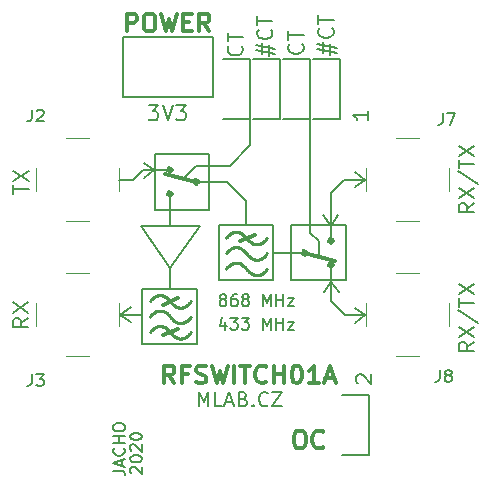
<source format=gbr>
%TF.GenerationSoftware,KiCad,Pcbnew,(5.99.0-6591-gee6c8b60ac)*%
%TF.CreationDate,2020-11-05T14:00:24+01:00*%
%TF.ProjectId,RFSWITCH01A,52465357-4954-4434-9830-31412e6b6963,rev?*%
%TF.SameCoordinates,Original*%
%TF.FileFunction,Legend,Top*%
%TF.FilePolarity,Positive*%
%FSLAX46Y46*%
G04 Gerber Fmt 4.6, Leading zero omitted, Abs format (unit mm)*
G04 Created by KiCad (PCBNEW (5.99.0-6591-gee6c8b60ac)) date 2020-11-05 14:00:24*
%MOMM*%
%LPD*%
G01*
G04 APERTURE LIST*
%ADD10C,0.281999*%
%ADD11C,0.150000*%
%ADD12C,0.500000*%
%ADD13C,0.028222*%
%ADD14C,0.300000*%
%ADD15C,0.200000*%
%ADD16C,0.120000*%
G04 APERTURE END LIST*
D10*
X15666433Y14118367D02*
X15613731Y14074779D01*
X22011509Y18091968D02*
X21958187Y18056272D01*
D11*
X11774800Y14575000D02*
X9966609Y14575000D01*
D10*
X14294870Y14265563D02*
X14239632Y14327728D01*
X15770809Y15525600D02*
X15718799Y15474220D01*
X22375327Y19759644D02*
X22324491Y19696759D01*
X15072152Y12550963D02*
X15016938Y12552002D01*
X14405678Y12846433D02*
X14350225Y12899569D01*
X20912010Y18162975D02*
X20856478Y18211633D01*
X19366903Y21493729D02*
X19420741Y21521434D01*
D11*
X9966609Y14575000D02*
X10835000Y13940000D01*
D10*
X22221609Y19582444D02*
X22169599Y19531064D01*
X15507387Y13999428D02*
X15453782Y13967715D01*
X13463456Y16221164D02*
X13518965Y16207434D01*
X21850712Y17996853D02*
X21796596Y17973179D01*
X13463456Y14912808D02*
X13518965Y14899078D01*
X15507387Y12691072D02*
X15453782Y12659359D01*
X20967604Y20735481D02*
X20912010Y20779687D01*
X19207038Y21386664D02*
X19260033Y21426319D01*
D11*
X27787600Y18796000D02*
X27787600Y15748000D01*
D10*
X12445527Y13085088D02*
X12496360Y13147972D01*
D11*
X14040000Y26834400D02*
X11880000Y26834400D01*
X14130000Y18554000D02*
X14130000Y16810000D01*
D10*
X12969941Y14847878D02*
X13024026Y14871552D01*
D11*
X27787600Y20828000D02*
X27787600Y24892000D01*
X29842604Y15151100D02*
X30710995Y14516100D01*
D12*
X14240000Y24802400D02*
G75*
G03*
X14240000Y24802400I-100000J0D01*
G01*
D10*
X19914256Y18969652D02*
X19969765Y18955922D01*
X18998398Y19880603D02*
X19050022Y19935843D01*
X13242476Y14925428D02*
X13297527Y14928569D01*
X21522952Y20532875D02*
X21467738Y20533914D01*
X14461210Y15414487D02*
X14405678Y15463145D01*
X13242476Y13617072D02*
X13297527Y13620213D01*
X12651215Y13313668D02*
X12703560Y13361164D01*
X14075020Y13213968D02*
X14130335Y13151804D01*
X15127229Y12554103D02*
X15072152Y12550963D01*
X13132864Y13598347D02*
X13187582Y13609775D01*
X22064531Y18131623D02*
X22011509Y18091968D01*
X15613731Y15383135D02*
X15560709Y15343480D01*
X13132864Y14906703D02*
X13187582Y14918131D01*
D11*
X27787600Y15748000D02*
X29006800Y14528800D01*
X20955000Y28905200D02*
X19253200Y27203400D01*
D10*
X13908511Y13373401D02*
X13964090Y13324742D01*
X20192327Y21474672D02*
X20248012Y21439297D01*
X14239632Y14327728D02*
X14184527Y14394444D01*
X19102015Y19987224D02*
X19154360Y20034720D01*
X22064531Y20748335D02*
X22011509Y20708680D01*
X15291451Y13896719D02*
X15236896Y13881184D01*
X12969941Y16156234D02*
X13024026Y16179908D01*
X12547598Y14515403D02*
X12599222Y14570643D01*
X12862527Y14788459D02*
X12916103Y14820173D01*
X15236896Y15189540D02*
X15182150Y15178112D01*
X13908511Y14681757D02*
X13964090Y14633098D01*
X15453782Y13967715D02*
X15399912Y13940009D01*
X19366903Y18877017D02*
X19420741Y18904722D01*
D11*
X30710995Y14516100D02*
X29842604Y15151100D01*
D10*
X13574544Y16189425D02*
X13630176Y16167111D01*
X13852879Y13417606D02*
X13908511Y13373401D01*
X12916103Y16128529D02*
X12969941Y16156234D01*
X21687696Y20554740D02*
X21632950Y20543312D01*
D11*
X11837200Y16783600D02*
X16460000Y16783600D01*
X16460000Y16783600D02*
X16460000Y12110000D01*
X16460000Y12110000D02*
X11837200Y12110000D01*
X11837200Y12110000D02*
X11837200Y16783600D01*
D10*
X12651215Y14622024D02*
X12703560Y14669520D01*
X19154360Y21343076D02*
X19207038Y21386664D01*
X20303679Y20091162D02*
X20359311Y20046957D01*
X19969765Y20264278D02*
X20025344Y20246269D01*
X20856478Y19519989D02*
X20801025Y19573125D01*
D11*
X26035000Y21488400D02*
X26746200Y20777200D01*
X11415600Y26370000D02*
X11015600Y25970000D01*
D10*
X21467738Y19225558D02*
X21412404Y19230803D01*
X19474826Y20236752D02*
X19529140Y20256368D01*
D11*
X29006800Y14528800D02*
X30784800Y14528800D01*
D10*
X13630176Y14858755D02*
X13685843Y14832112D01*
X22064531Y19439979D02*
X22011509Y19400324D01*
X19420741Y20213078D02*
X19474826Y20236752D01*
X14130335Y13151804D02*
X14185527Y13085088D01*
X14405678Y14154789D02*
X14350225Y14207925D01*
X13242476Y16233784D02*
X13297527Y16236925D01*
X13964090Y15941454D02*
X14019599Y15888318D01*
X12969941Y13539522D02*
X13024026Y13563196D01*
X20856478Y18211633D02*
X20801025Y18264769D01*
D11*
X27800300Y17350595D02*
X28435300Y16482204D01*
D10*
X22169599Y20839420D02*
X22117233Y20791923D01*
X21632950Y19234956D02*
X21578029Y19227659D01*
X12599222Y14570643D02*
X12651215Y14622024D01*
D12*
X25652400Y19812000D02*
G75*
G03*
X25652400Y19812000I-100000J0D01*
G01*
D11*
X27800300Y17350595D02*
X27165300Y16482204D01*
D10*
X19260033Y20117963D02*
X19313327Y20153659D01*
X21796596Y17973179D02*
X21742251Y17953563D01*
X15399912Y13940009D02*
X15345796Y13916335D01*
X22011509Y19400324D02*
X21958187Y19364628D01*
X19748327Y20293769D02*
X19803520Y20292729D01*
X15182150Y13869756D02*
X15127229Y13862459D01*
X22375327Y21068000D02*
X22324491Y21005115D01*
X19102015Y21295580D02*
X19154360Y21343076D01*
X12809233Y16061119D02*
X12862527Y16096815D01*
X19638382Y21591687D02*
X19693276Y21598984D01*
D13*
X20778327Y19615644D02*
X20778327Y19615644D01*
D10*
X20525820Y19887524D02*
X20581135Y19825360D01*
X21742251Y20570275D02*
X21687696Y20554740D01*
X20303679Y21399518D02*
X20359311Y21355313D01*
X19748327Y18985413D02*
X19803520Y18984373D01*
X20248012Y20130941D02*
X20303679Y20091162D01*
X12703560Y14669520D02*
X12756238Y14713108D01*
D14*
X16375200Y25818400D02*
X13784400Y26478800D01*
D10*
X21078905Y20660328D02*
X21023242Y20695703D01*
X21190236Y20602688D02*
X21134576Y20629331D01*
D13*
X20778327Y18307288D02*
X20778327Y18307288D01*
D10*
X13852879Y16034318D02*
X13908511Y15990113D01*
D11*
X30710995Y25996900D02*
X29842604Y25361900D01*
D10*
X12445527Y15701800D02*
X12496360Y15764684D01*
X14572442Y12713791D02*
X14516804Y12753569D01*
X19313327Y20153659D02*
X19366903Y20185373D01*
X21850712Y19305209D02*
X21796596Y19281535D01*
X20690432Y19692928D02*
X20635327Y19759644D01*
X14628105Y13986772D02*
X14572442Y14022147D01*
X15822446Y14272484D02*
X15770809Y14217244D01*
X19050022Y18627487D02*
X19102015Y18678868D01*
X14294870Y12957207D02*
X14239632Y13019372D01*
X13518965Y13590722D02*
X13574544Y13572713D01*
D11*
X27165300Y16482204D02*
X27800300Y17350595D01*
X27774900Y22121005D02*
X28409900Y22989396D01*
X11880000Y26834400D02*
X11415600Y26370000D01*
D10*
X19260033Y21426319D02*
X19313327Y21462015D01*
X14628105Y12678416D02*
X14572442Y12713791D01*
X20912010Y20779687D02*
X20856478Y20828345D01*
X14075020Y14522324D02*
X14130335Y14460160D01*
X19420741Y18904722D02*
X19474826Y18928396D01*
X18896327Y18450288D02*
X18947160Y18513172D01*
X21578029Y20536015D02*
X21522952Y20532875D01*
X20801025Y18264769D02*
X20745670Y18322407D01*
X13797212Y14765741D02*
X13852879Y14725962D01*
X14739436Y15237488D02*
X14683776Y15264131D01*
X13132864Y16215059D02*
X13187582Y16226487D01*
X19529140Y18948012D02*
X19583664Y18963547D01*
X13518965Y14899078D02*
X13574544Y14881069D01*
X15127229Y13862459D02*
X15072152Y13859319D01*
D11*
X11961004Y27444700D02*
X12829395Y26809700D01*
D10*
X13024026Y16179908D02*
X13078340Y16199524D01*
X13964090Y14633098D02*
X14019599Y14579962D01*
X13024026Y14871552D02*
X13078340Y14891168D01*
X13741527Y16109472D02*
X13797212Y16074097D01*
X13078340Y13582812D02*
X13132864Y13598347D01*
X22011509Y20708680D02*
X21958187Y20672984D01*
D11*
X10835000Y13940000D02*
X9966609Y14575000D01*
D10*
X13741527Y14801116D02*
X13797212Y14765741D01*
X14572442Y14022147D02*
X14516804Y14061925D01*
X21412404Y17922447D02*
X21356969Y17931923D01*
X12756238Y13404752D02*
X12809233Y13444407D01*
X18896327Y21067000D02*
X18947160Y21129884D01*
X19969765Y21572634D02*
X20025344Y21554625D01*
X19260033Y18809607D02*
X19313327Y18845303D01*
X15016938Y15168714D02*
X14961604Y15173959D01*
X14961604Y15173959D02*
X14906169Y15183435D01*
X21412404Y19230803D02*
X21356969Y19240279D01*
X15453782Y15276071D02*
X15399912Y15248365D01*
X22117233Y18175211D02*
X22064531Y18131623D01*
X15016938Y13860358D02*
X14961604Y13865603D01*
X20525820Y18579168D02*
X20581135Y18517004D01*
X21245867Y19272018D02*
X21190236Y19294332D01*
X13078340Y14891168D02*
X13132864Y14906703D01*
X18947160Y21129884D02*
X18998398Y21188959D01*
X13908511Y15990113D02*
X13964090Y15941454D01*
X20025344Y20246269D02*
X20080976Y20223955D01*
X13797212Y16074097D02*
X13852879Y16034318D01*
D11*
X29057600Y17475200D02*
X24434800Y17475200D01*
X24434800Y17475200D02*
X24434800Y22148800D01*
X24434800Y22148800D02*
X29057600Y22148800D01*
X29057600Y22148800D02*
X29057600Y17475200D01*
D10*
X20690432Y21001284D02*
X20635327Y21068000D01*
X12496360Y15764684D02*
X12547598Y15823759D01*
X14572442Y15330503D02*
X14516804Y15370281D01*
X14461210Y14106131D02*
X14405678Y14154789D01*
X22324491Y19696759D02*
X22273246Y19637684D01*
X14019599Y15888318D02*
X14075020Y15830680D01*
X12445527Y14393444D02*
X12496360Y14456328D01*
X15613731Y14074779D02*
X15560709Y14035124D01*
X20745670Y19630763D02*
X20690432Y19692928D01*
X12547598Y15823759D02*
X12599222Y15878999D01*
X15236896Y13881184D02*
X15182150Y13869756D01*
X20801025Y20881481D02*
X20745670Y20939119D01*
X12809233Y13444407D02*
X12862527Y13480103D01*
D11*
X18288000Y22148800D02*
X22910800Y22148800D01*
X22910800Y22148800D02*
X22910800Y17475200D01*
X22910800Y17475200D02*
X18288000Y17475200D01*
X18288000Y17475200D02*
X18288000Y22148800D01*
D10*
X13408035Y13613928D02*
X13463456Y13604452D01*
X22221609Y20890800D02*
X22169599Y20839420D01*
X15182150Y15178112D02*
X15127229Y15170815D01*
X15291451Y15205075D02*
X15236896Y15189540D01*
X14683776Y12647419D02*
X14628105Y12678416D01*
X21522952Y19224519D02*
X21467738Y19225558D01*
X15345796Y15224691D02*
X15291451Y15205075D01*
X21632950Y17926600D02*
X21578029Y17919303D01*
X15507387Y15307784D02*
X15453782Y15276071D01*
X21245867Y20580374D02*
X21190236Y20602688D01*
X13187582Y13609775D02*
X13242476Y13617072D01*
X20470399Y18636806D02*
X20525820Y18579168D01*
D13*
X14327527Y14250444D02*
X14327527Y14250444D01*
D10*
X22324491Y18388403D02*
X22273246Y18329328D01*
X20080976Y20223955D02*
X20136643Y20197312D01*
X21467738Y20533914D02*
X21412404Y20539159D01*
X21904582Y18024559D02*
X21850712Y17996853D01*
X15345796Y12607979D02*
X15291451Y12588363D01*
X12862527Y16096815D02*
X12916103Y16128529D01*
X15291451Y12588363D02*
X15236896Y12572828D01*
X14906169Y12566723D02*
X14850650Y12580453D01*
D12*
X14240000Y26834400D02*
G75*
G03*
X14240000Y26834400I-100000J0D01*
G01*
D10*
X13408035Y14922284D02*
X13463456Y14912808D01*
D11*
X28409900Y22989396D02*
X27774900Y22121005D01*
D10*
X15770809Y12908888D02*
X15718799Y12857508D01*
D11*
X16370000Y25830000D02*
X16375200Y25790000D01*
X26035000Y31115000D02*
X26035000Y21488400D01*
D10*
X15399912Y15248365D02*
X15345796Y15224691D01*
X15873691Y14331559D02*
X15822446Y14272484D01*
X21796596Y20589891D02*
X21742251Y20570275D01*
X15873691Y13023203D02*
X15822446Y12964128D01*
X14795067Y15215174D02*
X14739436Y15237488D01*
D11*
X19253200Y27203400D02*
X16408400Y27203400D01*
D10*
X14906169Y15183435D02*
X14850650Y15197165D01*
D11*
X27774900Y22121005D02*
X27139900Y22989396D01*
D10*
X15666433Y12810011D02*
X15613731Y12766423D01*
X20856478Y20828345D02*
X20801025Y20881481D01*
X19529140Y20256368D02*
X19583664Y20271903D01*
X21467738Y17917202D02*
X21412404Y17922447D01*
X21190236Y17985976D02*
X21134576Y18012619D01*
X15718799Y12857508D02*
X15666433Y12810011D01*
X21958187Y20672984D02*
X21904582Y20641271D01*
X13352720Y14927529D02*
X13408035Y14922284D01*
X21904582Y20641271D02*
X21850712Y20613565D01*
X22169599Y19531064D02*
X22117233Y19483567D01*
X19313327Y21462015D02*
X19366903Y21493729D01*
D11*
X27787600Y24892000D02*
X28803600Y25908000D01*
D10*
X13187582Y14918131D02*
X13242476Y14925428D01*
X14739436Y12620776D02*
X14683776Y12647419D01*
X21134576Y20629331D02*
X21078905Y20660328D01*
X13630176Y13550399D02*
X13685843Y13523756D01*
D11*
X9966609Y14575000D02*
X10835000Y15210000D01*
D10*
X21687696Y19246384D02*
X21632950Y19234956D01*
X20525820Y21195880D02*
X20581135Y21133716D01*
D12*
X27887600Y20828000D02*
G75*
G03*
X27887600Y20828000I-100000J0D01*
G01*
D10*
X14461210Y12797775D02*
X14405678Y12846433D01*
X14795067Y13906818D02*
X14739436Y13929132D01*
D14*
X13610000Y12825000D02*
X14870000Y13375000D01*
D10*
X19207038Y18769952D02*
X19260033Y18809607D01*
X20359311Y20046957D02*
X20414890Y19998298D01*
D14*
X20130000Y20775000D02*
X21390000Y21325000D01*
D10*
X20581135Y18517004D02*
X20636327Y18450288D01*
X20414890Y18689942D02*
X20470399Y18636806D01*
X14683776Y15264131D02*
X14628105Y15295128D01*
X22169599Y18222708D02*
X22117233Y18175211D01*
D11*
X28803600Y25908000D02*
X28905200Y26009600D01*
D10*
X15072152Y13859319D02*
X15016938Y13860358D01*
X19914256Y20278008D02*
X19969765Y20264278D01*
D13*
X14327527Y12942088D02*
X14327527Y12942088D01*
D10*
X20192327Y20166316D02*
X20248012Y20130941D01*
X14350225Y15516281D02*
X14294870Y15573919D01*
X13187582Y16226487D02*
X13242476Y16233784D01*
X21301450Y17945653D02*
X21245867Y17963662D01*
X14628105Y15295128D02*
X14572442Y15330503D01*
X20248012Y21439297D02*
X20303679Y21399518D01*
X12651215Y15930380D02*
X12703560Y15977876D01*
X13297527Y13620213D02*
X13352720Y13619173D01*
X19583664Y21580259D02*
X19638382Y21591687D01*
X19748327Y21602125D02*
X19803520Y21601085D01*
X19803520Y20292729D02*
X19858835Y20287484D01*
X12756238Y14713108D02*
X12809233Y14752763D01*
X20581135Y19825360D02*
X20636327Y19758644D01*
X22221609Y18274088D02*
X22169599Y18222708D01*
X13078340Y16199524D02*
X13132864Y16215059D01*
X19914256Y21586364D02*
X19969765Y21572634D01*
X21023242Y18078991D02*
X20967604Y18118769D01*
X19638382Y18974975D02*
X19693276Y18982272D01*
X19474826Y18928396D02*
X19529140Y18948012D01*
X19969765Y18955922D02*
X20025344Y18937913D01*
X15873691Y15639915D02*
X15822446Y15580840D01*
X21190236Y19294332D02*
X21134576Y19320975D01*
X21904582Y19332915D02*
X21850712Y19305209D01*
X15016938Y12552002D02*
X14961604Y12557247D01*
X15236896Y12572828D02*
X15182150Y12561400D01*
X13297527Y14928569D02*
X13352720Y14927529D01*
X12599222Y13262287D02*
X12651215Y13313668D01*
X19638382Y20283331D02*
X19693276Y20290628D01*
X19858835Y20287484D02*
X19914256Y20278008D01*
X15560709Y12726768D02*
X15507387Y12691072D01*
X18998398Y18572247D02*
X19050022Y18627487D01*
X19529140Y21564724D02*
X19583664Y21580259D01*
X20470399Y19945162D02*
X20525820Y19887524D01*
X15822446Y12964128D02*
X15770809Y12908888D01*
D11*
X20600000Y23350000D02*
X20600000Y24210000D01*
D10*
X21742251Y17953563D02*
X21687696Y17938028D01*
X21078905Y18043616D02*
X21023242Y18078991D01*
X21134576Y18012619D02*
X21078905Y18043616D01*
X15127229Y15170815D02*
X15072152Y15167675D01*
D11*
X16730800Y22110000D02*
X14140000Y18554000D01*
D10*
X14906169Y13875079D02*
X14850650Y13888809D01*
X15399912Y12631653D02*
X15345796Y12607979D01*
X13797212Y13457385D02*
X13852879Y13417606D01*
X21356969Y19240279D02*
X21301450Y19254009D01*
X12547598Y13207047D02*
X12599222Y13262287D01*
X13685843Y16140468D02*
X13741527Y16109472D01*
X13352720Y13619173D02*
X13408035Y13613928D01*
X21958187Y18056272D02*
X21904582Y18024559D01*
X22273246Y18329328D02*
X22221609Y18274088D01*
X14075020Y15830680D02*
X14130335Y15768516D01*
X12756238Y16021464D02*
X12809233Y16061119D01*
X14294870Y15573919D02*
X14239632Y15636084D01*
D12*
X27887600Y18796000D02*
G75*
G03*
X27887600Y18796000I-100000J0D01*
G01*
D11*
X12829395Y26809700D02*
X11961004Y26174700D01*
D10*
X19583664Y18963547D02*
X19638382Y18974975D01*
X14850650Y15197165D02*
X14795067Y15215174D01*
X20080976Y18915599D02*
X20136643Y18888956D01*
X19050022Y21244199D02*
X19102015Y21295580D01*
X20025344Y21554625D02*
X20080976Y21532311D01*
D11*
X20600000Y24210000D02*
X18980000Y25830000D01*
D10*
X14019599Y13271606D02*
X14075020Y13213968D01*
X14405678Y15463145D02*
X14350225Y15516281D01*
X20801025Y19573125D02*
X20745670Y19630763D01*
X19050022Y19935843D02*
X19102015Y19987224D01*
X13574544Y14881069D02*
X13630176Y14858755D01*
X14516804Y12753569D02*
X14461210Y12797775D01*
X19693276Y18982272D02*
X19748327Y18985413D01*
X20025344Y18937913D02*
X20080976Y18915599D01*
X13024026Y13563196D02*
X13078340Y13582812D01*
D13*
X14327527Y15558800D02*
X14327527Y15558800D01*
D10*
X20080976Y21532311D02*
X20136643Y21505668D01*
D11*
X14140000Y24802400D02*
X14140000Y22110000D01*
D13*
X20778327Y20924000D02*
X20778327Y20924000D01*
D10*
X20690432Y18384572D02*
X20635327Y18451288D01*
X22375327Y18451288D02*
X22324491Y18388403D01*
D11*
X25552400Y19812000D02*
X22910800Y19812000D01*
D10*
X14350225Y12899569D02*
X14294870Y12957207D01*
X19858835Y21595840D02*
X19914256Y21586364D01*
D11*
X16408400Y27203400D02*
X15341600Y26136600D01*
D10*
X21796596Y19281535D02*
X21742251Y19261919D01*
X14019599Y14579962D02*
X14075020Y14522324D01*
X15770809Y14217244D02*
X15718799Y14165864D01*
X15072152Y15167675D02*
X15016938Y15168714D01*
D14*
X25552400Y19812000D02*
X28143200Y19151600D01*
D10*
X20136643Y18888956D02*
X20192327Y18857960D01*
X19583664Y20271903D02*
X19638382Y20283331D01*
X21023242Y19387347D02*
X20967604Y19427125D01*
D14*
X13610000Y15415000D02*
X14870000Y15965000D01*
D10*
X20303679Y18782806D02*
X20359311Y18738601D01*
X20912010Y19471331D02*
X20856478Y19519989D01*
X12809233Y14752763D02*
X12862527Y14788459D01*
X19420741Y21521434D02*
X19474826Y21545108D01*
X13352720Y16235885D02*
X13408035Y16230640D01*
D11*
X11015600Y25970000D02*
X9870000Y25970000D01*
D10*
X15924527Y15702800D02*
X15873691Y15639915D01*
X12703560Y15977876D02*
X12756238Y16021464D01*
X15560709Y14035124D02*
X15507387Y13999428D01*
X14683776Y13955775D02*
X14628105Y13986772D01*
X14961604Y13865603D02*
X14906169Y13875079D01*
X20967604Y18118769D02*
X20912010Y18162975D01*
X20359311Y21355313D02*
X20414890Y21306654D01*
X15666433Y15426723D02*
X15613731Y15383135D01*
X22273246Y20946040D02*
X22221609Y20890800D01*
X19154360Y18726364D02*
X19207038Y18769952D01*
X19207038Y20078308D02*
X19260033Y20117963D01*
X21356969Y20548635D02*
X21301450Y20562365D01*
X15822446Y15580840D02*
X15770809Y15525600D01*
X21632950Y20543312D02*
X21578029Y20536015D01*
X20581135Y21133716D02*
X20636327Y21067000D01*
D11*
X14140000Y18554000D02*
X11752400Y22110000D01*
D10*
X20745670Y20939119D02*
X20690432Y21001284D01*
X22324491Y21005115D02*
X22273246Y20946040D01*
X21301450Y19254009D02*
X21245867Y19272018D01*
X14350225Y14207925D02*
X14294870Y14265563D01*
X13685843Y13523756D02*
X13741527Y13492760D01*
D11*
X20599400Y22148800D02*
X20599400Y23368000D01*
D10*
X18896327Y19758644D02*
X18947160Y19821528D01*
X13463456Y13604452D02*
X13518965Y13590722D01*
X13518965Y16207434D02*
X13574544Y16189425D01*
X21356969Y17931923D02*
X21301450Y17945653D01*
X18947160Y18513172D02*
X18998398Y18572247D01*
D11*
X29842604Y26631900D02*
X30710995Y25996900D01*
D10*
X21958187Y19364628D02*
X21904582Y19332915D01*
X19803520Y21601085D02*
X19858835Y21595840D01*
X13964090Y13324742D02*
X14019599Y13271606D01*
D11*
X12870000Y28155200D02*
X17492800Y28155200D01*
X17492800Y28155200D02*
X17492800Y23481600D01*
X17492800Y23481600D02*
X12870000Y23481600D01*
X12870000Y23481600D02*
X12870000Y28155200D01*
D10*
X20470399Y21253518D02*
X20525820Y21195880D01*
X19313327Y18845303D02*
X19366903Y18877017D01*
X15453782Y12659359D02*
X15399912Y12631653D01*
X12496360Y13147972D02*
X12547598Y13207047D01*
D11*
X12829395Y26809700D02*
X11961004Y27444700D01*
D10*
X20967604Y19427125D02*
X20912010Y19471331D01*
X13852879Y14725962D02*
X13908511Y14681757D01*
X20414890Y19998298D02*
X20470399Y19945162D01*
D11*
X11803200Y22110000D02*
X16730800Y22110000D01*
D10*
X14130335Y15768516D02*
X14185527Y15701800D01*
X21301450Y20562365D02*
X21245867Y20580374D01*
X13630176Y16167111D02*
X13685843Y16140468D01*
X20414890Y21306654D02*
X20470399Y21253518D01*
X19474826Y21545108D02*
X19529140Y21564724D01*
X21578029Y19227659D02*
X21522952Y19224519D01*
X19858835Y18979128D02*
X19914256Y18969652D01*
D11*
X28905200Y26009600D02*
X30784800Y26009600D01*
D10*
X22117233Y20791923D02*
X22064531Y20748335D01*
X13685843Y14832112D02*
X13741527Y14801116D01*
X20192327Y18857960D02*
X20248012Y18822585D01*
X19693276Y20290628D02*
X19748327Y20293769D01*
X14795067Y12598462D02*
X14739436Y12620776D01*
X15718799Y15474220D02*
X15666433Y15426723D01*
X22273246Y19637684D02*
X22221609Y19582444D01*
X14130335Y14460160D02*
X14185527Y14393444D01*
D11*
X18980000Y25830000D02*
X16370000Y25830000D01*
D10*
X14239632Y15636084D02*
X14184527Y15702800D01*
D11*
X30784800Y26009600D02*
X30784800Y26035000D01*
D10*
X14516804Y15370281D02*
X14461210Y15414487D01*
X15924527Y14394444D02*
X15873691Y14331559D01*
X15560709Y15343480D02*
X15507387Y15307784D01*
X14961604Y12557247D02*
X14906169Y12566723D01*
D11*
X30710995Y25996900D02*
X29842604Y26631900D01*
D10*
X21522952Y17916163D02*
X21467738Y17917202D01*
X13574544Y13572713D02*
X13630176Y13550399D01*
X12862527Y13480103D02*
X12916103Y13511817D01*
X15345796Y13916335D02*
X15291451Y13896719D01*
X12703560Y13361164D02*
X12756238Y13404752D01*
X20136643Y20197312D02*
X20192327Y20166316D01*
X21023242Y20695703D02*
X20967604Y20735481D01*
X12916103Y14820173D02*
X12969941Y14847878D01*
X21134576Y19320975D02*
X21078905Y19351972D01*
X15924527Y13086088D02*
X15873691Y13023203D01*
X20359311Y18738601D02*
X20414890Y18689942D01*
X21078905Y19351972D02*
X21023242Y19387347D01*
X20745670Y18322407D02*
X20690432Y18384572D01*
X13741527Y13492760D02*
X13797212Y13457385D01*
X19102015Y18678868D02*
X19154360Y18726364D01*
X12496360Y14456328D02*
X12547598Y14515403D01*
X15182150Y12561400D02*
X15127229Y12554103D01*
D11*
X30710995Y14516100D02*
X29842604Y13881100D01*
D10*
X21742251Y19261919D02*
X21687696Y19246384D01*
X19803520Y18984373D02*
X19858835Y18979128D01*
X22117233Y19483567D02*
X22064531Y19439979D01*
X18947160Y19821528D02*
X18998398Y19880603D01*
D12*
X16475200Y25818400D02*
G75*
G03*
X16475200Y25818400I-100000J0D01*
G01*
D10*
X19366903Y20185373D02*
X19420741Y20213078D01*
X13408035Y16230640D02*
X13463456Y16221164D01*
X12599222Y15878999D02*
X12651215Y15930380D01*
D11*
X26746200Y20777200D02*
X26746200Y19558000D01*
D10*
X12916103Y13511817D02*
X12969941Y13539522D01*
X20248012Y18822585D02*
X20303679Y18782806D01*
X21687696Y17938028D02*
X21632950Y17926600D01*
X18998398Y21188959D02*
X19050022Y21244199D01*
X14239632Y13019372D02*
X14184527Y13086088D01*
X19154360Y20034720D02*
X19207038Y20078308D01*
X13297527Y16236925D02*
X13352720Y16235885D01*
X15613731Y12766423D02*
X15560709Y12726768D01*
X14850650Y13888809D02*
X14795067Y13906818D01*
X14516804Y14061925D02*
X14461210Y14106131D01*
X21245867Y17963662D02*
X21190236Y17985976D01*
X21850712Y20613565D02*
X21796596Y20589891D01*
X14850650Y12580453D02*
X14795067Y12598462D01*
X21578029Y17919303D02*
X21522952Y17916163D01*
X15718799Y14165864D02*
X15666433Y14118367D01*
X14739436Y13929132D02*
X14683776Y13955775D01*
D11*
X20955000Y31115000D02*
X20955000Y28905200D01*
D10*
X19693276Y21598984D02*
X19748327Y21602125D01*
X20136643Y21505668D02*
X20192327Y21474672D01*
X21412404Y20539159D02*
X21356969Y20548635D01*
D15*
X12360476Y32334904D02*
X13165238Y32334904D01*
X12731904Y31839666D01*
X12917619Y31839666D01*
X13041428Y31777761D01*
X13103333Y31715857D01*
X13165238Y31592047D01*
X13165238Y31282523D01*
X13103333Y31158714D01*
X13041428Y31096809D01*
X12917619Y31034904D01*
X12546190Y31034904D01*
X12422380Y31096809D01*
X12360476Y31158714D01*
X13536666Y32334904D02*
X13970000Y31034904D01*
X14403333Y32334904D01*
X14712857Y32334904D02*
X15517619Y32334904D01*
X15084285Y31839666D01*
X15270000Y31839666D01*
X15393809Y31777761D01*
X15455714Y31715857D01*
X15517619Y31592047D01*
X15517619Y31282523D01*
X15455714Y31158714D01*
X15393809Y31096809D01*
X15270000Y31034904D01*
X14898571Y31034904D01*
X14774761Y31096809D01*
X14712857Y31158714D01*
X27153428Y36709942D02*
X27153428Y37638514D01*
X26596285Y37081371D02*
X28267714Y36709942D01*
X27710571Y37514704D02*
X27710571Y36586133D01*
X28267714Y37143276D02*
X26596285Y37514704D01*
X27896285Y38814704D02*
X27958190Y38752800D01*
X28020095Y38567085D01*
X28020095Y38443276D01*
X27958190Y38257561D01*
X27834380Y38133752D01*
X27710571Y38071847D01*
X27462952Y38009942D01*
X27277238Y38009942D01*
X27029619Y38071847D01*
X26905809Y38133752D01*
X26782000Y38257561D01*
X26720095Y38443276D01*
X26720095Y38567085D01*
X26782000Y38752800D01*
X26843904Y38814704D01*
X26720095Y39186133D02*
X26720095Y39928990D01*
X28020095Y39557561D02*
X26720095Y39557561D01*
X30966495Y31816628D02*
X30966495Y31073771D01*
X30966495Y31445200D02*
X29666495Y31445200D01*
X29852209Y31321390D01*
X29976019Y31197580D01*
X30037923Y31073771D01*
D14*
X10505714Y38564428D02*
X10505714Y40064428D01*
X11077142Y40064428D01*
X11220000Y39993000D01*
X11291428Y39921571D01*
X11362857Y39778714D01*
X11362857Y39564428D01*
X11291428Y39421571D01*
X11220000Y39350142D01*
X11077142Y39278714D01*
X10505714Y39278714D01*
X12291428Y40064428D02*
X12577142Y40064428D01*
X12720000Y39993000D01*
X12862857Y39850142D01*
X12934285Y39564428D01*
X12934285Y39064428D01*
X12862857Y38778714D01*
X12720000Y38635857D01*
X12577142Y38564428D01*
X12291428Y38564428D01*
X12148571Y38635857D01*
X12005714Y38778714D01*
X11934285Y39064428D01*
X11934285Y39564428D01*
X12005714Y39850142D01*
X12148571Y39993000D01*
X12291428Y40064428D01*
X13434285Y40064428D02*
X13791428Y38564428D01*
X14077142Y39635857D01*
X14362857Y38564428D01*
X14720000Y40064428D01*
X15291428Y39350142D02*
X15791428Y39350142D01*
X16005714Y38564428D02*
X15291428Y38564428D01*
X15291428Y40064428D01*
X16005714Y40064428D01*
X17505714Y38564428D02*
X17005714Y39278714D01*
X16648571Y38564428D02*
X16648571Y40064428D01*
X17220000Y40064428D01*
X17362857Y39993000D01*
X17434285Y39921571D01*
X17505714Y39778714D01*
X17505714Y39564428D01*
X17434285Y39421571D01*
X17362857Y39350142D01*
X17220000Y39278714D01*
X16648571Y39278714D01*
D15*
X39907295Y23997695D02*
X39288247Y23564361D01*
X39907295Y23254838D02*
X38607295Y23254838D01*
X38607295Y23750076D01*
X38669200Y23873885D01*
X38731104Y23935790D01*
X38854914Y23997695D01*
X39040628Y23997695D01*
X39164438Y23935790D01*
X39226342Y23873885D01*
X39288247Y23750076D01*
X39288247Y23254838D01*
X38607295Y24431028D02*
X39907295Y25297695D01*
X38607295Y25297695D02*
X39907295Y24431028D01*
X38545390Y26721504D02*
X40216819Y25607219D01*
X38607295Y26969123D02*
X38607295Y27711980D01*
X39907295Y27340552D02*
X38607295Y27340552D01*
X38607295Y28021504D02*
X39907295Y28888171D01*
X38607295Y28888171D02*
X39907295Y28021504D01*
D11*
X18559828Y15867047D02*
X18464590Y15914666D01*
X18416971Y15962285D01*
X18369352Y16057523D01*
X18369352Y16105142D01*
X18416971Y16200380D01*
X18464590Y16248000D01*
X18559828Y16295619D01*
X18750304Y16295619D01*
X18845542Y16248000D01*
X18893161Y16200380D01*
X18940780Y16105142D01*
X18940780Y16057523D01*
X18893161Y15962285D01*
X18845542Y15914666D01*
X18750304Y15867047D01*
X18559828Y15867047D01*
X18464590Y15819428D01*
X18416971Y15771809D01*
X18369352Y15676571D01*
X18369352Y15486095D01*
X18416971Y15390857D01*
X18464590Y15343238D01*
X18559828Y15295619D01*
X18750304Y15295619D01*
X18845542Y15343238D01*
X18893161Y15390857D01*
X18940780Y15486095D01*
X18940780Y15676571D01*
X18893161Y15771809D01*
X18845542Y15819428D01*
X18750304Y15867047D01*
X19797923Y16295619D02*
X19607447Y16295619D01*
X19512209Y16248000D01*
X19464590Y16200380D01*
X19369352Y16057523D01*
X19321733Y15867047D01*
X19321733Y15486095D01*
X19369352Y15390857D01*
X19416971Y15343238D01*
X19512209Y15295619D01*
X19702685Y15295619D01*
X19797923Y15343238D01*
X19845542Y15390857D01*
X19893161Y15486095D01*
X19893161Y15724190D01*
X19845542Y15819428D01*
X19797923Y15867047D01*
X19702685Y15914666D01*
X19512209Y15914666D01*
X19416971Y15867047D01*
X19369352Y15819428D01*
X19321733Y15724190D01*
X20464590Y15867047D02*
X20369352Y15914666D01*
X20321733Y15962285D01*
X20274114Y16057523D01*
X20274114Y16105142D01*
X20321733Y16200380D01*
X20369352Y16248000D01*
X20464590Y16295619D01*
X20655066Y16295619D01*
X20750304Y16248000D01*
X20797923Y16200380D01*
X20845542Y16105142D01*
X20845542Y16057523D01*
X20797923Y15962285D01*
X20750304Y15914666D01*
X20655066Y15867047D01*
X20464590Y15867047D01*
X20369352Y15819428D01*
X20321733Y15771809D01*
X20274114Y15676571D01*
X20274114Y15486095D01*
X20321733Y15390857D01*
X20369352Y15343238D01*
X20464590Y15295619D01*
X20655066Y15295619D01*
X20750304Y15343238D01*
X20797923Y15390857D01*
X20845542Y15486095D01*
X20845542Y15676571D01*
X20797923Y15771809D01*
X20750304Y15819428D01*
X20655066Y15867047D01*
X22036019Y15295619D02*
X22036019Y16295619D01*
X22369352Y15581333D01*
X22702685Y16295619D01*
X22702685Y15295619D01*
X23178876Y15295619D02*
X23178876Y16295619D01*
X23178876Y15819428D02*
X23750304Y15819428D01*
X23750304Y15295619D02*
X23750304Y16295619D01*
X24131257Y15962285D02*
X24655066Y15962285D01*
X24131257Y15295619D01*
X24655066Y15295619D01*
D15*
X21971828Y36608342D02*
X21971828Y37536914D01*
X21414685Y36979771D02*
X23086114Y36608342D01*
X22528971Y37413104D02*
X22528971Y36484533D01*
X23086114Y37041676D02*
X21414685Y37413104D01*
X22714685Y38713104D02*
X22776590Y38651200D01*
X22838495Y38465485D01*
X22838495Y38341676D01*
X22776590Y38155961D01*
X22652780Y38032152D01*
X22528971Y37970247D01*
X22281352Y37908342D01*
X22095638Y37908342D01*
X21848019Y37970247D01*
X21724209Y38032152D01*
X21600400Y38155961D01*
X21538495Y38341676D01*
X21538495Y38465485D01*
X21600400Y38651200D01*
X21662304Y38713104D01*
X21538495Y39084533D02*
X21538495Y39827390D01*
X22838495Y39455961D02*
X21538495Y39455961D01*
X10876019Y1130514D02*
X10828400Y1178133D01*
X10780780Y1273371D01*
X10780780Y1511466D01*
X10828400Y1606704D01*
X10876019Y1654323D01*
X10971257Y1701942D01*
X11066495Y1701942D01*
X11209352Y1654323D01*
X11780780Y1082895D01*
X11780780Y1701942D01*
X10780780Y2320990D02*
X10780780Y2416228D01*
X10828400Y2511466D01*
X10876019Y2559085D01*
X10971257Y2606704D01*
X11161733Y2654323D01*
X11399828Y2654323D01*
X11590304Y2606704D01*
X11685542Y2559085D01*
X11733161Y2511466D01*
X11780780Y2416228D01*
X11780780Y2320990D01*
X11733161Y2225752D01*
X11685542Y2178133D01*
X11590304Y2130514D01*
X11399828Y2082895D01*
X11161733Y2082895D01*
X10971257Y2130514D01*
X10876019Y2178133D01*
X10828400Y2225752D01*
X10780780Y2320990D01*
X10876019Y3035276D02*
X10828400Y3082895D01*
X10780780Y3178133D01*
X10780780Y3416228D01*
X10828400Y3511466D01*
X10876019Y3559085D01*
X10971257Y3606704D01*
X11066495Y3606704D01*
X11209352Y3559085D01*
X11780780Y2987657D01*
X11780780Y3606704D01*
X10780780Y4225752D02*
X10780780Y4320990D01*
X10828400Y4416228D01*
X10876019Y4463847D01*
X10971257Y4511466D01*
X11161733Y4559085D01*
X11399828Y4559085D01*
X11590304Y4511466D01*
X11685542Y4463847D01*
X11733161Y4416228D01*
X11780780Y4320990D01*
X11780780Y4225752D01*
X11733161Y4130514D01*
X11685542Y4082895D01*
X11590304Y4035276D01*
X11399828Y3987657D01*
X11161733Y3987657D01*
X10971257Y4035276D01*
X10876019Y4082895D01*
X10828400Y4130514D01*
X10780780Y4225752D01*
X2162895Y14312133D02*
X1543847Y13878800D01*
X2162895Y13569276D02*
X862895Y13569276D01*
X862895Y14064514D01*
X924800Y14188323D01*
X986704Y14250228D01*
X1110514Y14312133D01*
X1296228Y14312133D01*
X1420038Y14250228D01*
X1481942Y14188323D01*
X1543847Y14064514D01*
X1543847Y13569276D01*
X862895Y14745466D02*
X2162895Y15612133D01*
X862895Y15612133D02*
X2162895Y14745466D01*
D14*
X25015142Y4758428D02*
X25300857Y4758428D01*
X25443714Y4687000D01*
X25586571Y4544142D01*
X25658000Y4258428D01*
X25658000Y3758428D01*
X25586571Y3472714D01*
X25443714Y3329857D01*
X25300857Y3258428D01*
X25015142Y3258428D01*
X24872285Y3329857D01*
X24729428Y3472714D01*
X24658000Y3758428D01*
X24658000Y4258428D01*
X24729428Y4544142D01*
X24872285Y4687000D01*
X25015142Y4758428D01*
X27158000Y3401285D02*
X27086571Y3329857D01*
X26872285Y3258428D01*
X26729428Y3258428D01*
X26515142Y3329857D01*
X26372285Y3472714D01*
X26300857Y3615571D01*
X26229428Y3901285D01*
X26229428Y4115571D01*
X26300857Y4401285D01*
X26372285Y4544142D01*
X26515142Y4687000D01*
X26729428Y4758428D01*
X26872285Y4758428D01*
X27086571Y4687000D01*
X27158000Y4615571D01*
D15*
X913695Y24815923D02*
X913695Y25558780D01*
X2213695Y25187352D02*
X913695Y25187352D01*
X913695Y25868304D02*
X2213695Y26734971D01*
X913695Y26734971D02*
X2213695Y25868304D01*
D14*
X14542285Y8770228D02*
X14042285Y9484514D01*
X13685142Y8770228D02*
X13685142Y10270228D01*
X14256571Y10270228D01*
X14399428Y10198800D01*
X14470857Y10127371D01*
X14542285Y9984514D01*
X14542285Y9770228D01*
X14470857Y9627371D01*
X14399428Y9555942D01*
X14256571Y9484514D01*
X13685142Y9484514D01*
X15685142Y9555942D02*
X15185142Y9555942D01*
X15185142Y8770228D02*
X15185142Y10270228D01*
X15899428Y10270228D01*
X16399428Y8841657D02*
X16613714Y8770228D01*
X16970857Y8770228D01*
X17113714Y8841657D01*
X17185142Y8913085D01*
X17256571Y9055942D01*
X17256571Y9198800D01*
X17185142Y9341657D01*
X17113714Y9413085D01*
X16970857Y9484514D01*
X16685142Y9555942D01*
X16542285Y9627371D01*
X16470857Y9698800D01*
X16399428Y9841657D01*
X16399428Y9984514D01*
X16470857Y10127371D01*
X16542285Y10198800D01*
X16685142Y10270228D01*
X17042285Y10270228D01*
X17256571Y10198800D01*
X17756571Y10270228D02*
X18113714Y8770228D01*
X18399428Y9841657D01*
X18685142Y8770228D01*
X19042285Y10270228D01*
X19613714Y8770228D02*
X19613714Y10270228D01*
X20113714Y10270228D02*
X20970857Y10270228D01*
X20542285Y8770228D02*
X20542285Y10270228D01*
X22328000Y8913085D02*
X22256571Y8841657D01*
X22042285Y8770228D01*
X21899428Y8770228D01*
X21685142Y8841657D01*
X21542285Y8984514D01*
X21470857Y9127371D01*
X21399428Y9413085D01*
X21399428Y9627371D01*
X21470857Y9913085D01*
X21542285Y10055942D01*
X21685142Y10198800D01*
X21899428Y10270228D01*
X22042285Y10270228D01*
X22256571Y10198800D01*
X22328000Y10127371D01*
X22970857Y8770228D02*
X22970857Y10270228D01*
X22970857Y9555942D02*
X23828000Y9555942D01*
X23828000Y8770228D02*
X23828000Y10270228D01*
X24828000Y10270228D02*
X24970857Y10270228D01*
X25113714Y10198800D01*
X25185142Y10127371D01*
X25256571Y9984514D01*
X25327999Y9698800D01*
X25327999Y9341657D01*
X25256571Y9055942D01*
X25185142Y8913085D01*
X25113714Y8841657D01*
X24970857Y8770228D01*
X24828000Y8770228D01*
X24685142Y8841657D01*
X24613714Y8913085D01*
X24542285Y9055942D01*
X24470857Y9341657D01*
X24470857Y9698800D01*
X24542285Y9984514D01*
X24613714Y10127371D01*
X24685142Y10198800D01*
X24828000Y10270228D01*
X26756571Y8770228D02*
X25899428Y8770228D01*
X26328000Y8770228D02*
X26328000Y10270228D01*
X26185142Y10055942D01*
X26042285Y9913085D01*
X25899428Y9841657D01*
X27328000Y9198800D02*
X28042285Y9198800D01*
X27185142Y8770228D02*
X27685142Y10270228D01*
X28185142Y8770228D01*
D15*
X9358380Y1367066D02*
X10072666Y1367066D01*
X10215523Y1319447D01*
X10310761Y1224209D01*
X10358380Y1081352D01*
X10358380Y986114D01*
X10072666Y1795638D02*
X10072666Y2271828D01*
X10358380Y1700400D02*
X9358380Y2033733D01*
X10358380Y2367066D01*
X10263142Y3271828D02*
X10310761Y3224209D01*
X10358380Y3081352D01*
X10358380Y2986114D01*
X10310761Y2843257D01*
X10215523Y2748019D01*
X10120285Y2700400D01*
X9929809Y2652780D01*
X9786952Y2652780D01*
X9596476Y2700400D01*
X9501238Y2748019D01*
X9406000Y2843257D01*
X9358380Y2986114D01*
X9358380Y3081352D01*
X9406000Y3224209D01*
X9453619Y3271828D01*
X10358380Y3700400D02*
X9358380Y3700400D01*
X9834571Y3700400D02*
X9834571Y4271828D01*
X10358380Y4271828D02*
X9358380Y4271828D01*
X9358380Y4938495D02*
X9358380Y5128971D01*
X9406000Y5224209D01*
X9501238Y5319447D01*
X9691714Y5367066D01*
X10025047Y5367066D01*
X10215523Y5319447D01*
X10310761Y5224209D01*
X10358380Y5128971D01*
X10358380Y4938495D01*
X10310761Y4843257D01*
X10215523Y4748019D01*
X10025047Y4700400D01*
X9691714Y4700400D01*
X9501238Y4748019D01*
X9406000Y4843257D01*
X9358380Y4938495D01*
D11*
X18845542Y13981085D02*
X18845542Y13314419D01*
X18607447Y14362038D02*
X18369352Y13647752D01*
X18988400Y13647752D01*
X19274114Y14314419D02*
X19893161Y14314419D01*
X19559828Y13933466D01*
X19702685Y13933466D01*
X19797923Y13885847D01*
X19845542Y13838228D01*
X19893161Y13742990D01*
X19893161Y13504895D01*
X19845542Y13409657D01*
X19797923Y13362038D01*
X19702685Y13314419D01*
X19416971Y13314419D01*
X19321733Y13362038D01*
X19274114Y13409657D01*
X20226495Y14314419D02*
X20845542Y14314419D01*
X20512209Y13933466D01*
X20655066Y13933466D01*
X20750304Y13885847D01*
X20797923Y13838228D01*
X20845542Y13742990D01*
X20845542Y13504895D01*
X20797923Y13409657D01*
X20750304Y13362038D01*
X20655066Y13314419D01*
X20369352Y13314419D01*
X20274114Y13362038D01*
X20226495Y13409657D01*
X22036019Y13314419D02*
X22036019Y14314419D01*
X22369352Y13600133D01*
X22702685Y14314419D01*
X22702685Y13314419D01*
X23178876Y13314419D02*
X23178876Y14314419D01*
X23178876Y13838228D02*
X23750304Y13838228D01*
X23750304Y13314419D02*
X23750304Y14314419D01*
X24131257Y13981085D02*
X24655066Y13981085D01*
X24131257Y13314419D01*
X24655066Y13314419D01*
D15*
X39907295Y12262895D02*
X39288247Y11829561D01*
X39907295Y11520038D02*
X38607295Y11520038D01*
X38607295Y12015276D01*
X38669200Y12139085D01*
X38731104Y12200990D01*
X38854914Y12262895D01*
X39040628Y12262895D01*
X39164438Y12200990D01*
X39226342Y12139085D01*
X39288247Y12015276D01*
X39288247Y11520038D01*
X38607295Y12696228D02*
X39907295Y13562895D01*
X38607295Y13562895D02*
X39907295Y12696228D01*
X38545390Y14986704D02*
X40216819Y13872419D01*
X38607295Y15234323D02*
X38607295Y15977180D01*
X39907295Y15605752D02*
X38607295Y15605752D01*
X38607295Y16286704D02*
X39907295Y17153371D01*
X38607295Y17153371D02*
X39907295Y16286704D01*
X20225485Y37341504D02*
X20287390Y37279600D01*
X20349295Y37093885D01*
X20349295Y36970076D01*
X20287390Y36784361D01*
X20163580Y36660552D01*
X20039771Y36598647D01*
X19792152Y36536742D01*
X19606438Y36536742D01*
X19358819Y36598647D01*
X19235009Y36660552D01*
X19111200Y36784361D01*
X19049295Y36970076D01*
X19049295Y37093885D01*
X19111200Y37279600D01*
X19173104Y37341504D01*
X19049295Y37712933D02*
X19049295Y38455790D01*
X20349295Y38084361D02*
X19049295Y38084361D01*
X16608857Y6823142D02*
X16608857Y8023142D01*
X17008857Y7166000D01*
X17408857Y8023142D01*
X17408857Y6823142D01*
X18551714Y6823142D02*
X17980285Y6823142D01*
X17980285Y8023142D01*
X18894571Y7166000D02*
X19466000Y7166000D01*
X18780285Y6823142D02*
X19180285Y8023142D01*
X19580285Y6823142D01*
X20380285Y7451714D02*
X20551714Y7394571D01*
X20608857Y7337428D01*
X20666000Y7223142D01*
X20666000Y7051714D01*
X20608857Y6937428D01*
X20551714Y6880285D01*
X20437428Y6823142D01*
X19980285Y6823142D01*
X19980285Y8023142D01*
X20380285Y8023142D01*
X20494571Y7966000D01*
X20551714Y7908857D01*
X20608857Y7794571D01*
X20608857Y7680285D01*
X20551714Y7566000D01*
X20494571Y7508857D01*
X20380285Y7451714D01*
X19980285Y7451714D01*
X21180285Y6937428D02*
X21237428Y6880285D01*
X21180285Y6823142D01*
X21123142Y6880285D01*
X21180285Y6937428D01*
X21180285Y6823142D01*
X22437428Y6937428D02*
X22380285Y6880285D01*
X22208857Y6823142D01*
X22094571Y6823142D01*
X21923142Y6880285D01*
X21808857Y6994571D01*
X21751714Y7108857D01*
X21694571Y7337428D01*
X21694571Y7508857D01*
X21751714Y7737428D01*
X21808857Y7851714D01*
X21923142Y7966000D01*
X22094571Y8023142D01*
X22208857Y8023142D01*
X22380285Y7966000D01*
X22437428Y7908857D01*
X22837428Y8023142D02*
X23637428Y8023142D01*
X22837428Y6823142D01*
X23637428Y6823142D01*
X25356285Y37493904D02*
X25418190Y37432000D01*
X25480095Y37246285D01*
X25480095Y37122476D01*
X25418190Y36936761D01*
X25294380Y36812952D01*
X25170571Y36751047D01*
X24922952Y36689142D01*
X24737238Y36689142D01*
X24489619Y36751047D01*
X24365809Y36812952D01*
X24242000Y36936761D01*
X24180095Y37122476D01*
X24180095Y37246285D01*
X24242000Y37432000D01*
X24303904Y37493904D01*
X24180095Y37865333D02*
X24180095Y38608190D01*
X25480095Y38236761D02*
X24180095Y38236761D01*
X30044304Y8772571D02*
X29982400Y8834476D01*
X29920495Y8958285D01*
X29920495Y9267809D01*
X29982400Y9391619D01*
X30044304Y9453523D01*
X30168114Y9515428D01*
X30291923Y9515428D01*
X30477638Y9453523D01*
X31220495Y8710666D01*
X31220495Y9515428D01*
D11*
%TO.C,J8*%
X37004666Y9894819D02*
X37004666Y9180533D01*
X36957047Y9037676D01*
X36861809Y8942438D01*
X36718952Y8894819D01*
X36623714Y8894819D01*
X37623714Y9466247D02*
X37528476Y9513866D01*
X37480857Y9561485D01*
X37433238Y9656723D01*
X37433238Y9704342D01*
X37480857Y9799580D01*
X37528476Y9847200D01*
X37623714Y9894819D01*
X37814190Y9894819D01*
X37909428Y9847200D01*
X37957047Y9799580D01*
X38004666Y9704342D01*
X38004666Y9656723D01*
X37957047Y9561485D01*
X37909428Y9513866D01*
X37814190Y9466247D01*
X37623714Y9466247D01*
X37528476Y9418628D01*
X37480857Y9371009D01*
X37433238Y9275771D01*
X37433238Y9085295D01*
X37480857Y8990057D01*
X37528476Y8942438D01*
X37623714Y8894819D01*
X37814190Y8894819D01*
X37909428Y8942438D01*
X37957047Y8990057D01*
X38004666Y9085295D01*
X38004666Y9275771D01*
X37957047Y9371009D01*
X37909428Y9418628D01*
X37814190Y9466247D01*
%TO.C,J2*%
X2460666Y31942019D02*
X2460666Y31227733D01*
X2413047Y31084876D01*
X2317809Y30989638D01*
X2174952Y30942019D01*
X2079714Y30942019D01*
X2889238Y31846780D02*
X2936857Y31894400D01*
X3032095Y31942019D01*
X3270190Y31942019D01*
X3365428Y31894400D01*
X3413047Y31846780D01*
X3460666Y31751542D01*
X3460666Y31656304D01*
X3413047Y31513447D01*
X2841619Y30942019D01*
X3460666Y30942019D01*
%TO.C,J7*%
X37258666Y31637219D02*
X37258666Y30922933D01*
X37211047Y30780076D01*
X37115809Y30684838D01*
X36972952Y30637219D01*
X36877714Y30637219D01*
X37639619Y31637219D02*
X38306285Y31637219D01*
X37877714Y30637219D01*
%TO.C,J3*%
X2460666Y9539219D02*
X2460666Y8824933D01*
X2413047Y8682076D01*
X2317809Y8586838D01*
X2174952Y8539219D01*
X2079714Y8539219D01*
X2841619Y9539219D02*
X3460666Y9539219D01*
X3127333Y9158266D01*
X3270190Y9158266D01*
X3365428Y9110647D01*
X3413047Y9063028D01*
X3460666Y8967790D01*
X3460666Y8729695D01*
X3413047Y8634457D01*
X3365428Y8586838D01*
X3270190Y8539219D01*
X2984476Y8539219D01*
X2889238Y8586838D01*
X2841619Y8634457D01*
%TO.C,J9*%
X20955000Y36195000D02*
X20955000Y31115000D01*
X20955000Y31115000D02*
X18669000Y31115000D01*
X18669000Y36195000D02*
X20955000Y36195000D01*
%TO.C,J5*%
X26289000Y36195000D02*
X28575000Y36195000D01*
X28575000Y36195000D02*
X28575000Y31115000D01*
X28575000Y31115000D02*
X26289000Y31115000D01*
%TO.C,J4*%
X26035000Y31115000D02*
X23749000Y31115000D01*
X26035000Y36195000D02*
X26035000Y31115000D01*
X23749000Y36195000D02*
X26035000Y36195000D01*
%TO.C,J6*%
X30988000Y7747000D02*
X30988000Y2667000D01*
X30988000Y2667000D02*
X28702000Y2667000D01*
X28702000Y7747000D02*
X30988000Y7747000D01*
D16*
%TO.C,J8*%
X30784800Y13605000D02*
X30784800Y15605000D01*
X37795200Y15605000D02*
X37795200Y13605000D01*
X35290000Y11099800D02*
X33290000Y11099800D01*
X33290000Y18110200D02*
X35290000Y18110200D01*
D11*
%TO.C,J1*%
X10160000Y38100000D02*
X17780000Y38100000D01*
X10160000Y33020000D02*
X10160000Y38100000D01*
X17780000Y38100000D02*
X17780000Y33020000D01*
X17780000Y33020000D02*
X10160000Y33020000D01*
%TO.C,J10*%
X23495000Y31115000D02*
X21209000Y31115000D01*
X21209000Y36195000D02*
X23495000Y36195000D01*
X23495000Y36195000D02*
X23495000Y31115000D01*
D16*
%TO.C,J2*%
X7350000Y22529800D02*
X5350000Y22529800D01*
X5350000Y29540200D02*
X7350000Y29540200D01*
X2844800Y25035000D02*
X2844800Y27035000D01*
X9855200Y27035000D02*
X9855200Y25035000D01*
%TO.C,J7*%
X33290000Y29540200D02*
X35290000Y29540200D01*
X35290000Y22529800D02*
X33290000Y22529800D01*
X37795200Y27035000D02*
X37795200Y25035000D01*
X30784800Y25035000D02*
X30784800Y27035000D01*
%TO.C,J3*%
X9855200Y15605000D02*
X9855200Y13605000D01*
X7350000Y11099800D02*
X5350000Y11099800D01*
X2844800Y13605000D02*
X2844800Y15605000D01*
X5350000Y18110200D02*
X7350000Y18110200D01*
%TD*%
M02*

</source>
